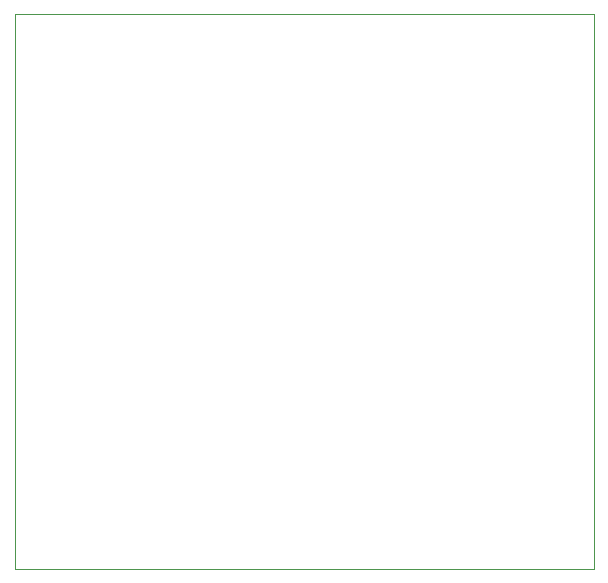
<source format=gbr>
G04 #@! TF.GenerationSoftware,KiCad,Pcbnew,6.0.11-2627ca5db0~126~ubuntu20.04.1*
G04 #@! TF.CreationDate,2023-03-25T11:58:24-05:00*
G04 #@! TF.ProjectId,A07,4130372e-6b69-4636-9164-5f7063625858,rev?*
G04 #@! TF.SameCoordinates,Original*
G04 #@! TF.FileFunction,Profile,NP*
%FSLAX46Y46*%
G04 Gerber Fmt 4.6, Leading zero omitted, Abs format (unit mm)*
G04 Created by KiCad (PCBNEW 6.0.11-2627ca5db0~126~ubuntu20.04.1) date 2023-03-25 11:58:24*
%MOMM*%
%LPD*%
G01*
G04 APERTURE LIST*
G04 #@! TA.AperFunction,Profile*
%ADD10C,0.050000*%
G04 #@! TD*
G04 APERTURE END LIST*
D10*
X70790000Y-21210000D02*
X70790000Y-68210000D01*
X21790000Y-21210000D02*
X70790000Y-21210000D01*
X21790000Y-68210000D02*
X70790000Y-68210000D01*
X21790000Y-21210000D02*
X21790000Y-68210000D01*
M02*

</source>
